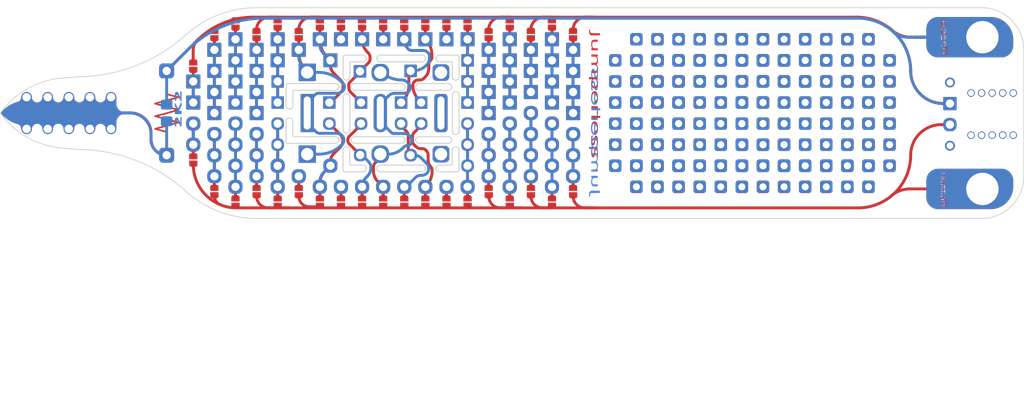
<source format=kicad_pcb>
(kicad_pcb (version 20240108) (generator "pcbnew") (generator_version "8.0")
  (layers (0 "F.Cu" signal) (31 "B.Cu" signal) (34 "B.Paste" user) (35 "F.Paste" user) (36 "B.SilkS" user "B.Silkscreen") (37 "F.SilkS" user "F.Silkscreen") (38 "B.Mask" user) (39 "F.Mask" user) (44 "Edge.Cuts" user))
  (net 0 "")
  (net 1 "Net-(J1-Pin_1)")
  (net 2 "Net-(J1-Pin_2)")
  (net 3 "Net-(J2-Pin_1)")
  (footprint "JumperlessFootprints:ProbeProto" (layer "F.Cu") (at 114.3 50.8 -90)
    (property "Reference" "REF**" (hide yes))
    (property "Value" "ProbeProto")
  )
  (footprint "JumperlessFootprints:ProbeProto" (layer "F.Cu") (at 107.95 44.45)
    (property "Reference" "REF**" (hide yes))
    (property "Value" "ProbeProto")
  )
  (footprint "JumperlessFootprints:ProbeProto" (layer "F.Cu") (at 106.68 50.8 90)
    (property "Reference" "REF**" (hide yes))
    (property "Value" "ProbeProto")
  )
  (footprint "JumperlessFootprints:ProbeProto" (layer "F.Cu") (at 119.38 50.8 -90)
    (property "Reference" "REF**" (hide yes))
    (property "Value" "ProbeProto")
  )
  (footprint "JumperlessFootprints:ProbeProto" (layer "F.Cu") (at 123.19 44.45)
    (property "Reference" "REF**" (hide yes))
    (property "Value" "ProbeProto")
  )
  (footprint "JumperlessFootprints:Pad_Clip_Banana_Button" (layer "F.Cu") (at 143.256 59.944 -90)
    (property "Reference" "J4" (hide yes))
    (property "Value" "Conn_01x01" (hide yes))
  )
  (footprint "JumperlessFootprints:ProbeProto" (layer "F.Cu") (at 124.46 50.8 -90)
    (property "Reference" "REF**" (hide yes))
    (property "Value" "ProbeProto")
  )
  (footprint "JumperlessFootprints:ProbeProto" (layer "F.Cu") (at 101.6 50.8 90)
    (property "Reference" "REF**" (hide yes))
    (property "Value" "ProbeProto")
  )
  (footprint "JumperlessFootprints:ProbeNeedle" (layer "F.Cu") (at 33.2813 50.797994)
    (property "Reference" "J2" (hide yes))
    (property "Value" "Conn_01x01")
  )
  (footprint "JumperlessFootprints:ProbeProto" (layer "F.Cu") (at 129.54 50.8 -90)
    (property "Reference" "REF**" (hide yes))
    (property "Value" "ProbeProto")
  )
  (footprint "JumperlessFootprints:Probe_Header" (layer "F.Cu") (at 139.34445 50.925 -90)
    (property "Reference" "J1" (hide yes))
    (property "Value" "Conn_01x02" (hide yes))
  )
  (footprint "JumperlessFootprints:ResProbe" (layer "F.Cu") (at 45.056 50.800494 90)
    (property "Reference" "R1" (hide yes))
    (property "Value" "2.2k")
  )
  (footprint "JumperlessFootprints:ProbeProto" (layer "F.Cu") (at 107.95 49.53)
    (property "Reference" "REF**" (hide yes))
    (property "Value" "ProbeProto")
  )
  (footprint "JumperlessFootprints:ProbeProto" (layer "F.Cu") (at 107.95 54.61)
    (property "Reference" "REF**" (hide yes))
    (property "Value" "ProbeProto")
  )
  (footprint "JumperlessFootprints:ProbeProto" (layer "F.Cu") (at 123.19 54.61)
    (property "Reference" "REF**" (hide yes))
    (property "Value" "ProbeProto")
  )
  (footprint "JumperlessFootprints:Pad_Clip_Banana_Probe" (layer "F.Cu") (at 143.256 41.656 -90)
    (property "Reference" "J3" (hide yes))
    (property "Value" "Conn_01x01")
  )
  (footprint "JumperlessFootprints:Switch_Universal" (layer "F.Cu") (at 66.04 50.800494)
    (property "Reference" "SW1" (hide yes))
    (property "Value" "SW_DIP_x01" (hide yes))
    (fp_line (start -6.6167 3.4036) (end -6.6167 0.9906) (stroke (width 0.12)) (layer "Edge.Cuts"))
    (fp_line (start -6.604 -3.302) (end -6.604 -0.889) (stroke (width 0.12)) (layer "Edge.Cuts"))
    (fp_line (start -5.803899 2.717799) (end -5.8039 0.9906) (stroke (width 0.12)) (layer "Edge.Cuts"))
    (fp_line (start -5.791199 -2.616199) (end -5.7912 -0.889) (stroke (width 0.12)) (layer "Edge.Cuts"))
    (fp_line (start -0.6731 2.8448) (end -5.676899 2.844799) (stroke (width 0.12)) (layer "Edge.Cuts"))
    (fp_line (start -0.6731 3.6576) (end -6.3627 3.6576) (stroke (width 0.12)) (layer "Edge.Cuts"))
    (fp_line (start -0.6604 -3.556) (end -6.35 -3.556) (stroke (width 0.12)) (layer "Edge.Cuts"))
    (fp_line (start -0.6604 -2.7432) (end -5.664199 -2.743199) (stroke (width 0.12)) (layer "Edge.Cuts"))
    (fp_line (start 0.2413 6.8326) (end 0.2413 4.4704) (stroke (width 0.12)) (layer "Edge.Cuts"))
    (fp_line (start 0.254 -6.731) (end 0.254 -4.3688) (stroke (width 0.12)) (layer "Edge.Cuts"))
    (fp_line (start 0.254 -1.905) (end 0.254 2.0066) (stroke (width 0.12)) (layer "Edge.Cuts"))
    (fp_line (start 1.054102 6.1468) (end 1.0541 4.4704) (stroke (width 0.12)) (layer "Edge.Cuts"))
    (fp_line (start 1.0668 -6.0452) (end 1.0668 -4.3688) (stroke (width 0.12)) (layer "Edge.Cuts"))
    (fp_line (start 1.0668 -1.905) (end 1.0668 2.0066) (stroke (width 0.12)) (layer "Edge.Cuts"))
    (fp_line (start 1.6383 2.8448) (end 7.3025 2.8448) (stroke (width 0.12)) (layer "Edge.Cuts"))
    (fp_line (start 1.6383 3.6576) (end 7.3025 3.6576) (stroke (width 0.12)) (layer "Edge.Cuts"))
    (fp_line (start 1.651 -3.556) (end 7.3152 -3.556) (stroke (width 0.12)) (layer "Edge.Cuts"))
    (fp_line (start 1.651 -2.7432) (end 7.3152 -2.7432) (stroke (width 0.12)) (layer "Edge.Cuts"))
    (fp_line (start 2.6289 6.2738) (end 1.181102 6.273798) (stroke (width 0.12)) (layer "Edge.Cuts"))
    (fp_line (start 2.6289 7.0866) (end 0.4953 7.0866) (stroke (width 0.12)) (layer "Edge.Cuts"))
    (fp_line (start 2.6416 -6.985) (end 0.508 -6.985) (stroke (width 0.12)) (layer "Edge.Cuts"))
    (fp_line (start 2.6416 -6.1722) (end 1.193802 -6.1722) (stroke (width 0.12)) (layer "Edge.Cuts"))
    (fp_line (start 4.7117 6.2752) (end 9.7663 6.2738) (stroke (width 0.12)) (layer "Edge.Cuts"))
    (fp_line (start 4.7117 7.088) (end 9.7663 7.0866) (stroke (width 0.12)) (layer "Edge.Cuts"))
    (fp_line (start 4.7244 -6.9864) (end 9.779 -6.985) (stroke (width 0.12)) (layer "Edge.Cuts"))
    (fp_line (start 4.7244 -6.1736) (end 9.779 -6.1722) (stroke (width 0.12)) (layer "Edge.Cuts"))
    (fp_line (start 9.3853 2.8448) (end 12.9159 2.8448) (stroke (width 0.12)) (layer "Edge.Cuts"))
    (fp_line (start 9.3853 3.6576) (end 12.9159 3.6576) (stroke (width 0.12)) (layer "Edge.Cuts"))
    (fp_line (start 9.398 -3.556) (end 12.9286 -3.556) (stroke (width 0.12)) (layer "Edge.Cuts"))
    (fp_line (start 9.398 -2.7432) (end 12.9286 -2.7432) (stroke (width 0.12)) (layer "Edge.Cuts"))
    (fp_line (start 11.8237 -6.1722) (end 13.284198 -6.1722) (stroke (width 0.12)) (layer "Edge.Cuts"))
    (fp_line (start 11.8237 6.2738) (end 13.271498 6.2738) (stroke (width 0.12)) (layer "Edge.Cuts"))
    (fp_line (start 11.8237 7.0866) (end 13.9573 7.0866) (stroke (width 0.12)) (layer "Edge.Cuts"))
    (fp_line (start 11.8364 -6.985) (end 13.97 -6.985) (stroke (width 0.12)) (layer "Edge.Cuts"))
    (fp_line (start 13.398498 6.1468) (end 13.3985 4.4704) (stroke (width 0.12)) (layer "Edge.Cuts"))
    (fp_line (start 13.411198 -6.0452) (end 13.4112 -4.3688) (stroke (width 0.12)) (layer "Edge.Cuts"))
    (fp_line (start 13.4112 2.1844) (end 13.4112 -2.1844) (stroke (width 0.12)) (layer "Edge.Cuts"))
    (fp_line (start 14.2113 6.8326) (end 14.2113 4.4704) (stroke (width 0.12)) (layer "Edge.Cuts"))
    (fp_line (start 14.224 -6.731) (end 14.224 -4.3688) (stroke (width 0.12)) (layer "Edge.Cuts"))
    (fp_line (start 14.224 2.1844) (end 14.224 -2.1844) (stroke (width 0.12)) (layer "Edge.Cuts"))
    (fp_arc (start -6.6167 0.9906) (mid -6.2103 0.5842) (end -5.8039 0.9906) (stroke (width 0.12)) (layer "Edge.Cuts"))
    (fp_arc (start -6.604 -3.302) (mid -6.529605 -3.481605) (end -6.35 -3.556) (stroke (width 0.12)) (layer "Edge.Cuts"))
    (fp_arc (start -6.3627 3.6576) (mid -6.542305 3.583205) (end -6.6167 3.4036) (stroke (width 0.12)) (layer "Edge.Cuts"))
    (fp_arc (start -5.7912 -0.889) (mid -6.1976 -0.4826) (end -6.604 -0.889) (stroke (width 0.12)) (layer "Edge.Cuts"))
    (fp_arc (start -5.791199 -2.616199) (mid -5.754002 -2.706002) (end -5.664199 -2.743199) (stroke (width 0.12)) (layer "Edge.Cuts"))
    (fp_arc (start -5.676899 2.844799) (mid -5.766702 2.807602) (end -5.803899 2.717799) (stroke (width 0.12)) (layer "Edge.Cuts"))
    (fp_arc (start -0.6731 2.8448) (mid -0.2667 3.2512) (end -0.6731 3.6576) (stroke (width 0.12)) (layer "Edge.Cuts"))
    (fp_arc (start -0.6604 -3.556) (mid -0.254 -3.1496) (end -0.6604 -2.7432) (stroke (width 0.12)) (layer "Edge.Cuts"))
    (fp_arc (start 0.2413 4.4704) (mid 0.6477 4.064) (end 1.0541 4.4704) (stroke (width 0.12)) (layer "Edge.Cuts"))
    (fp_arc (start 0.254 -6.731) (mid 0.328395 -6.910605) (end 0.508 -6.985) (stroke (width 0.12)) (layer "Edge.Cuts"))
    (fp_arc (start 0.254 -1.905) (mid 0.6604 -2.3114) (end 1.0668 -1.905) (stroke (width 0.12)) (layer "Edge.Cuts"))
    (fp_arc (start 0.4953 7.0866) (mid 0.315695 7.012205) (end 0.2413 6.8326) (stroke (width 0.12)) (layer "Edge.Cuts"))
    (fp_arc (start 1.0668 -6.0452) (mid 1.103998 -6.135003) (end 1.193802 -6.1722) (stroke (width 0.12)) (layer "Edge.Cuts"))
    (fp_arc (start 1.0668 -4.3688) (mid 0.6604 -3.9624) (end 0.254 -4.3688) (stroke (width 0.12)) (layer "Edge.Cuts"))
    (fp_arc (start 1.0668 2.0066) (mid 0.6604 2.413) (end 0.254 2.0066) (stroke (width 0.12)) (layer "Edge.Cuts"))
    (fp_arc (start 1.181102 6.273798) (mid 1.0913 6.236602) (end 1.054102 6.1468) (stroke (width 0.12)) (layer "Edge.Cuts"))
    (fp_arc (start 1.6383 3.6576) (mid 1.2319 3.2512) (end 1.6383 2.8448) (stroke (width 0.12)) (layer "Edge.Cuts"))
    (fp_arc (start 1.651 -2.7432) (mid 1.2446 -3.1496) (end 1.651 -3.556) (stroke (width 0.12)) (layer "Edge.Cuts"))
    (fp_arc (start 2.6289 6.2738) (mid 3.0353 6.6802) (end 2.6289 7.0866) (stroke (width 0.12)) (layer "Edge.Cuts"))
    (fp_arc (start 2.6416 -6.985) (mid 3.048 -6.5786) (end 2.6416 -6.1722) (stroke (width 0.12)) (layer "Edge.Cuts"))
    (fp_arc (start 4.7117 7.088) (mid 4.3053 6.6816) (end 4.7117 6.2752) (stroke (width 0.12)) (layer "Edge.Cuts"))
    (fp_arc (start 4.7244 -6.1736) (mid 4.318 -6.58) (end 4.7244 -6.9864) (stroke (width 0.12)) (layer "Edge.Cuts"))
    (fp_arc (start 7.3025 2.8448) (mid 7.7089 3.2512) (end 7.3025 3.6576) (stroke (width 0.12)) (layer "Edge.Cuts"))
    (fp_arc (start 7.3152 -3.556) (mid 7.7216 -3.1496) (end 7.3152 -2.7432) (stroke (width 0.12)) (layer "Edge.Cuts"))
    (fp_arc (start 9.3853 3.6576) (mid 8.9789 3.2512) (end 9.3853 2.8448) (stroke (width 0.12)) (layer "Edge.Cuts"))
    (fp_arc (start 9.398 -2.7432) (mid 8.9916 -3.1496) (end 9.398 -3.556) (stroke (width 0.12)) (layer "Edge.Cuts"))
    (fp_arc (start 9.7663 6.2738) (mid 10.1727 6.6802) (end 9.7663 7.0866) (stroke (width 0.12)) (layer "Edge.Cuts"))
    (fp_arc (start 9.779 -6.985) (mid 10.1854 -6.5786) (end 9.779 -6.1722) (stroke (width 0.12)) (layer "Edge.Cuts"))
    (fp_arc (start 11.8237 -6.1722) (mid 11.429851 -6.584951) (end 11.8364 -6.985198) (stroke (width 0.12)) (layer "Edge.Cuts"))
    (fp_arc (start 11.8237 7.0866) (mid 11.4173 6.6802) (end 11.8237 6.2738) (stroke (width 0.12)) (layer "Edge.Cuts"))
    (fp_arc (start 12.9159 2.8448) (mid 13.3223 3.2512) (end 12.9159 3.6576) (stroke (width 0.12)) (layer "Edge.Cuts"))
    (fp_arc (start 12.9286 -3.556) (mid 13.335 -3.1496) (end 12.9286 -2.7432) (stroke (width 0.12)) (layer "Edge.Cuts"))
    (fp_arc (start 13.284198 -6.1722) (mid 13.374002 -6.135003) (end 13.4112 -6.0452) (stroke (width 0.12)) (layer "Edge.Cuts"))
    (fp_arc (start 13.3985 4.4704) (mid 13.8049 4.064) (end 14.2113 4.4704) (stroke (width 0.12)) (layer "Edge.Cuts"))
    (fp_arc (start 13.3985 6.1468) (mid 13.361302 6.236603) (end 13.271498 6.2738) (stroke (width 0.12)) (layer "Edge.Cuts"))
    (fp_arc (start 13.4112 -2.1844) (mid 13.8176 -2.5908) (end 14.224 -2.1844) (stroke (width 0.12)) (layer "Edge.Cuts"))
    (fp_arc (start 13.97 -6.985) (mid 14.149605 -6.910605) (end 14.224 -6.731) (stroke (width 0.12)) (layer "Edge.Cuts"))
    (fp_arc (start 14.2113 6.8326) (mid 14.136905 7.012205) (end 13.9573 7.0866) (stroke (width 0.12)) (layer "Edge.Cuts"))
    (fp_arc (start 14.224 -4.3688) (mid 13.8176 -3.9624) (end 13.4112 -4.3688) (stroke (width 0.12)) (layer "Edge.Cuts"))
    (fp_arc (start 14.224 2.1844) (mid 13.8176 2.5908) (end 13.4112 2.1844) (stroke (width 0.12)) (layer "Edge.Cuts"))
  )
  (footprint "JumperlessFootprints:ProbeProto" (layer "F.Cu") (at 123.19 49.53)
    (property "Reference" "REF**" (hide yes))
    (property "Value" "ProbeProto")
  )
  (gr_arc (start 47.286859 41.449134) (mid 41.791345 44.913751) (end 35.462447 46.379798) (stroke (width 0.1)) (layer "Edge.Cuts"))
  (gr_line (start 143.15445 63.500494) (end 55.88 63.500494) (stroke (width 0.1)) (layer "Edge.Cuts"))
  (gr_arc (start 35.462447 55.22119) (mid 41.791345 56.687238) (end 47.286859 60.151854) (stroke (width 0.1)) (layer "Edge.Cuts"))
  (gr_arc (start 32.257782 54.99469) (mid 28.197066 53.678821) (end 25.04445 50.800988) (stroke (width 0.1)) (layer "Edge.Cuts"))
  (gr_arc (start 148.23445 58.42) (mid 146.746552 62.012102) (end 143.15445 63.5) (stroke (width 0.1)) (layer "Edge.Cuts"))
  (gr_arc (start 143.15445 38.100494) (mid 146.746203 39.588247) (end 148.233956 43.18) (stroke (width 0.1)) (layer "Edge.Cuts"))
  (gr_arc (start 47.286859 41.449134) (mid 51.268724 38.967229) (end 55.88 38.100494) (stroke (width 0.1)) (layer "Edge.Cuts"))
  (gr_arc (start 25.04445 50.800988) (mid 28.19707 47.923161) (end 32.257782 46.607286) (stroke (width 0.1)) (layer "Edge.Cuts"))
  (gr_arc (start 32.257782 46.607286) (mid 33.858552 46.471535) (end 35.462447 46.379798) (stroke (width 0.1)) (layer "Edge.Cuts"))
  (gr_arc (start 55.88 63.500494) (mid 51.268724 62.633758) (end 47.286859 60.151854) (stroke (width 0.1)) (layer "Edge.Cuts"))
  (gr_line (start 55.88 38.100494) (end 143.15445 38.100494) (stroke (width 0.1)) (layer "Edge.Cuts"))
  (gr_arc (start 35.462447 55.22119) (mid 33.858552 55.129454) (end 32.257782 54.993702) (stroke (width 0.1)) (layer "Edge.Cuts"))
  (gr_line (start 148.23445 43.18) (end 148.23445 58.42) (stroke (width 0.1)) (layer "Edge.Cuts"))
  (gr_text "Jumperless" (at 96.012 40.894 270) (layer "F.Cu") (effects (font (size 1 2)) (justify left bottom)))
  (gr_text "Jumperless" (at 96.012 60.706 -90) (layer "B.Cu") (effects (font (size 1 2)) (justify left bottom mirror)))
  (segment (start 63.5 39.245523) (end 62.474671 39.245523) (width 0.35) (layer "F.Cu") (net 1))
  (segment (start 74.9046 46.99) (end 74.942608 46.955525) (width 0.35) (layer "F.Cu") (net 1))
  (segment (start 134.652085 41.656) (end 136.144 41.656) (width 0.35) (layer "F.Cu") (net 1))
  (segment (start 75.692 49.530494) (end 75.492013 49.330507) (width 0.35) (layer "F.Cu") (net 1))
  (segment (start 55.499 39.243) (end 55.501523 39.245523) (width 0.35) (layer "F.Cu") (net 1))
  (segment (start 75.9968 46.6344) (end 76.193308 46.437892) (width 0.35) (layer "F.Cu") (net 1))
  (segment (start 45.056 45.720494) (end 48.729462 42.047032) (width 0.35) (layer "F.Cu") (net 1))
  (segment (start 58.42 39.245523) (end 57.394671 39.245523) (width 0.35) (layer "F.Cu") (net 1))
  (segment (start 65.175384 46.002478) (end 66.056913 46.884007) (width 0.35) (layer "F.Cu") (net 1))
  (segment (start 76.9874 44.092595) (end 76.9874 43.811445) (width 0.35) (layer "F.Cu") (net 1))
  (segment (start 69.2912 43.5102) (end 69.208269 43.427269) (width 0.35) (layer "F.Cu") (net 1))
  (segment (start 91.44 41.910494) (end 91.44 49.530494) (width 0.35) (layer "F.Cu") (net 1))
  (segment (start 75.288625 46.8122) (end 75.567553 46.8122) (width 0.35) (layer "F.Cu") (net 1))
  (segment (start 96.52 39.245523) (end 95.494671 39.245523) (width 0.35) (layer "F.Cu") (net 1))
  (segment (start 66.2904 47.716802) (end 66.2904 47.447694) (width 0.35) (layer "F.Cu") (net 1))
  (segment (start 81.28 41.910494) (end 81.28 40.640494) (width 0.35) (layer "F.Cu") (net 1))
  (segment (start 55.501523 39.245523) (end 58.42 39.245523) (width 0.35) (layer "F.Cu") (net 1))
  (segment (start 63.5 39.245523) (end 86.36 39.245523) (width 0.35) (layer "F.Cu") (net 1))
  (segment (start 88.9 43.180494) (end 88.9 48.260494) (width 0.35) (layer "F.Cu") (net 1))
  (segment (start 74.2188 47.4726) (end 74.2188 46.211062) (width 0.35) (layer "F.Cu") (net 1))
  (segment (start 64.398026 44.078519) (end 64.77 44.450494) (width 0.35) (layer "F.Cu") (net 1))
  (segment (start 74.863045 47.031556) (end 74.9046 46.99) (width 0.35) (layer "F.Cu") (net 1))
  (segment (start 135.89 41.656) (end 137.381915 41.656) (width 0.35) (layer "F.Cu") (net 1))
  (segment (start 91.44 41.910494) (end 91.44 40.640494) (width 0.35) (layer "F.Cu") (net 1))
  (segment (start 50.8 43.180494) (end 50.8 50.800494) (width 0.35) (layer "F.Cu") (net 1))
  (segment (start 96.52 39.245523) (end 128.145523 39.245523) (width 0.35) (layer "F.Cu") (net 1))
  (segment (start 53.34 41.910494) (end 53.34 49.530494) (width 0.35) (layer "F.Cu") (net 1))
  (segment (start 53.34 41.910494) (end 53.34 40.640494) (width 0.35) (layer "F.Cu") (net 1))
  (segment (start 66.04 40.640494) (end 66.04 41.910494) (width 0.35) (layer "F.Cu") (net 1))
  (segment (start 138.555 49.655) (end 139.34445 49.655) (width 0.35) (layer "F.Cu") (net 1))
  (segment (start 86.36 39.245523) (end 91.44 39.245523) (width 0.35) (layer "F.Cu") (net 1))
  (segment (start 55.88 43.180494) (end 55.88 50.800494) (width 0.35) (layer "F.Cu") (net 1))
  (segment (start 48.26 46.990494) (end 48.26 49.530494) (width 0.35) (layer "F.Cu") (net 1))
  (segment (start 67.103572 47.088372) (end 68.326 45.865944) (width 0.35) (layer "F.Cu") (net 1))
  (segment (start 58.42 41.910494) (end 58.42 49.530494) (width 0.35) (layer "F.Cu") (net 1))
  (segment (start 68.326 45.771294) (end 69.365245 44.732049) (width 0.35) (layer "F.Cu") (net 1))
  (segment (start 68.326 45.865944) (end 68.326 45.771294) (width 0.35) (layer "F.Cu") (net 1))
  (segment (start 64.90232 49.42308) (end 66.0654 48.26) (width 0.35) (layer "F.Cu") (net 1))
  (segment (start 76.631092 42.341587) (end 76.2 41.910494) (width 0.35) (layer "F.Cu") (net 1))
  (segment (start 55.88 43.180494) (end 55.88 41.910494) (width 0.35) (layer "F.Cu") (net 1))
  (segment (start 73.66 40.640494) (end 73.66 41.910494) (width 0.35) (layer "F.Cu") (net 1))
  (segment (start 93.98 43.180494) (end 93.98 50.800494) (width 0.35) (layer "F.Cu") (net 1))
  (segment (start 48.2527 43.198037) (end 48.2527 44.577494) (width 0.35) (layer "F.Cu") (net 1))
  (segment (start 71.12 40.640494) (end 71.12 41.910494) (width 0.35) (layer "F.Cu") (net 1))
  (segment (start 83.82 43.180494) (end 83.82 41.910494) (width 0.35) (layer "F.Cu") (net 1))
  (segment (start 58.42 39.245523) (end 63.5 39.245523) (width 0.35) (layer "F.Cu") (net 1))
  (segment (start 78.74 40.640494) (end 78.74 41.910494) (width 0.35) (layer "F.Cu") (net 1))
  (segment (start 76.6064 45.4406) (end 76.6064 45.01241) (width 0.35) (layer "F.Cu") (net 1))
  (segment (start 66.9798 47.644238) (end 66.9798 47.387184) (width 0.35) (layer "F.Cu") (net 1))
  (segment (start 64.77 45.023794) (end 64.77 44.450494) (width 0.35) (layer "F.Cu") (net 1))
  (segment (start 86.36 39.245523) (end 85.334671 39.245523) (width 0.35) (layer "F.Cu") (net 1))
  (segment (start 60.96 43.180494) (end 60.96 41.910494) (width 0.35) (layer "F.Cu") (net 1))
  (segment (start 69.5452 44.2976) (end 69.5452 44.12341) (width 0.35) (layer "F.Cu") (net 1))
  (segment (start 50.8 41.910494) (end 50.8 43.180494) (width 0.35) (layer "F.Cu") (net 1))
  (segment (start 63.5 41.910494) (end 63.5 40.640494) (width 0.35) (layer "F.Cu") (net 1))
  (segment (start 86.36 41.910494) (end 86.36 49.530494) (width 0.35) (layer "F.Cu") (net 1))
  (segment (start 83.82 43.180494) (end 83.82 50.800494) (width 0.35) (layer "F.Cu") (net 1))
  (segment (start 60.96 43.180494) (end 60.96 43.445454) (width 0.35) (layer "F.Cu") (net 1))
  (segment (start 68.452651 49.52965) (end 67.271526 48.348526) (width 0.35) (layer "F.Cu") (net 1))
  (segment (start 48.26 45.720494) (end 48.26 46.990494) (width 0.35) (layer "F.Cu") (net 1))
  (segment (start 68.453 49.530494) (end 68.452651 49.52965) (width 0.35) (layer "F.Cu") (net 1))
  (segment (start 91.44 39.245523) (end 96.52 39.245523) (width 0.35) (layer "F.Cu") (net 1))
  (segment (start 68.58 41.910494) (end 68.58 40.640494) (width 0.35) (layer "F.Cu") (net 1))
  (segment (start 58.42 41.910494) (end 58.42 40.640494) (width 0.35) (layer "F.Cu") (net 1))
  (segment (start 73.279 49.530494) (end 73.428188 49.381306) (width 0.35) (layer "F.Cu") (net 1))
  (segment (start 86.36 41.910494) (end 86.36 40.640494) (width 0.35) (layer "F.Cu") (net 1))
  (segment (start 76.2 40.640494) (end 76.2 41.910494) (width 0.35) (layer "F.Cu") (net 1))
  (segment (start 91.44 39.245523) (end 90.414671 39.245523) (width 0.35) (layer "F.Cu") (net 1))
  (segment (start 88.9 43.180494) (end 88.9 41.910494) (width 0.35) (layer "F.Cu") (net 1))
  (segment (start 93.98 43.180494) (end 93.98 41.910494) (width 0.35) (layer "F.Cu") (net 1))
  (segment (start 75.692 49.530494) (end 75.692 49.178494) (width 0.35) (layer "F.Cu") (net 1))
  (segment (start 81.28 41.910494) (end 81.28 49.530494) (width 0.35) (layer "F.Cu") (net 1))
  (arc (start 90.414671 39.245523) (mid 89.338475 39.691298) (end 88.8927 40.767494) (width 0.35) (layer "F.Cu") (net 1))
  (arc (start 75.567553 46.8122) (mid 75.79986 46.765991) (end 75.9968 46.6344) (width 0.35) (layer "F.Cu") (net 1))
  (arc (start 66.9798 47.387184) (mid 67.011967 47.225468) (end 67.103572 47.088372) (width 0.35) (layer "F.Cu") (net 1))
  (arc (start 76.8604 44.3992) (mid 76.954394 44.258528) (end 76.9874 44.092595) (width 0.35) (layer "F.Cu") (net 1))
  (arc (start 57.394671 39.245523) (mid 56.318475 39.691298) (end 55.8727 40.767494) (width 0.35) (layer "F.Cu") (net 1))
  (arc (start 74.942608 46.955525) (mid 75.101362 46.849449) (end 75.288625 46.8122) (width 0.35) (layer "F.Cu") (net 1))
  (arc (start 64.77 45.023794) (mid 64.875355 45.553454) (end 65.175384 46.002478) (width 0.35) (layer "F.Cu") (net 1))
  (arc (start 63.5 41.910494) (mid 63.733389 43.083821) (end 64.398026 44.078519) (width 0.35) (layer "F.Cu") (net 1))
  (arc (start 64.643 49.530494) (mid 64.783343 49.502578) (end 64.90232 49.42308) (width 0.35) (layer "F.Cu") (net 1))
  (arc (start 85.334671 39.245523) (mid 84.258475 39.691298) (end 83.8127 40.767494) (width 0.35) (layer "F.Cu") (net 1))
  (arc (start 69.208269 43.427269) (mid 68.743282 42.731367) (end 68.58 41.910494) (width 0.35) (layer "F.Cu") (net 1))
  (arc (start 76.9874 43.811445) (mid 76.782761 42.782658) (end 76.2 41.910494) (width 0.35) (layer "F.Cu") (net 1))
  (arc (start 69.365245 44.732049) (mid 69.498431 44.532722) (end 69.5452 44.2976) (width 0.35) (layer "F.Cu") (net 1))
  (arc (start 69.5452 44.12341) (mid 69.479188 43.791543) (end 69.2912 43.5102) (width 0.35) (layer "F.Cu") (net 1))
  (arc (start 62.474671 39.245523) (mid 61.398475 39.691298) (end 60.9527 40.767494) (width 0.35) (layer "F.Cu") (net 1))
  (arc (start 66.0654 48.26) (mid 66.231925 48.010779) (end 66.2904 47.716802) (width 0.35) (layer "F.Cu") (net 1))
  (arc (start 74.2188 46.211062) (mid 74.27161 45.945569) (end 74.422 45.720494) (width 0.35) (layer "F.Cu") (net 1))
  (arc (start 74.7014 47.4218) (mid 74.74341 47.210601) (end 74.863045 47.031556) (width 0.35) (layer "F.Cu") (net 1))
  (arc (start 76.193308 46.437892) (mid 76.499041 45.98033) (end 76.6064 45.4406) (width 0.35) (layer "F.Cu") (net 1))
  (arc (start 75.492013 49.330507) (mid 74.906874 48.454785) (end 74.7014 47.4218) (width 0.35) (layer "F.Cu") (net 1))
  (arc (start 48.729462 42.047032) (mid 51.83535 39.971744) (end 55.499 39.243) (width 0.35) (layer "F.Cu") (net 1))
  (arc (start 66.056913 46.884007) (mid 66.229718 47.142628) (end 66.2904 47.447694) (width 0.35) (layer "F.Cu") (net 1))
  (arc (start 60.96 43.445454) (mid 61.22405 44.772921) (end 61.976 45.898294) (width 0.35) (layer "F.Cu") (net 1))
  (arc (start 132.114928 40.605072) (mid 133.278989 41.382875) (end 134.652085 41.656) (width 0.35) (layer "F.Cu") (net 1))
  (arc (start 48.729462 42.047032) (mid 48.376606 42.575117) (end 48.2527 43.198037) (width 0.35) (layer "F.Cu") (net 1))
  (arc (start 128.145523 39.245523) (mid 132.72367 41.141853) (end 134.62 45.72) (width 0.35) (layer "F.Cu") (net 1))
  (arc (start 73.428188 49.381306) (mid 74.013327 48.505584) (end 74.2188 47.4726) (width 0.35) (layer "F.Cu") (net 1))
  (arc (start 67.271526 48.348526) (mid 67.055617 48.025396) (end 66.9798 47.644238) (width 0.35) (layer "F.Cu") (net 1))
  (arc (start 95.494671 39.245523) (mid 94.418475 39.691298) (end 93.9727 40.767494) (width 0.35) (layer "F.Cu") (net 1))
  (arc (start 76.6064 45.01241) (mid 76.672412 44.680543) (end 76.8604 44.3992) (width 0.35) (layer "F.Cu") (net 1))
  (arc (start 134.62 45.72) (mid 135.772535 48.502465) (end 138.555 49.655) (width 0.35) (layer "F.Cu") (net 1))
  (segment (start 66.269876 48.106323) (end 66.2686 48.1076) (width 0.35) (layer "B.Cu") (net 1))
  (segment (start 76.708 44.069) (end 76.705644 44.020678) (width 0.35) (layer "B.Cu") (net 1))
  (segment (start 47.655296 43.121197) (end 45.056 45.720494) (width 0.35) (layer "B.Cu") (net 1))
  (segment (start 81.28 41.910494) (end 81.28 49.530494) (width 0.35) (layer "B.Cu") (net 1))
  (segment (start 61.976 45.898294) (end 63.357947 45.898294) (width 0.35) (layer "B.Cu") (net 1))
  (segment (start 73.66 42.031584) (end 73.66 41.910494) (width 0.35) (layer "B.Cu") (net 1))
  (segment (start 66.2686 48.1076) (end 66.243393 48.130778) (width 0.35) (layer "B.Cu") (net 1))
  (segment (start 75.948553 43.2562) (end 74.535926 43.2562) (width 0.35) (layer "B.Cu") (net 1))
  (segment (start 58.166 39.37) (end 56.711481 39.37) (width 0.35) (layer "B.Cu") (net 1))
  (segment (start 60.96 43.986073) (end 60.96 43.180494) (width 0.35) (layer "B.Cu") (net 1))
  (segment (start 58.42 41.910494) (end 58.42 49.530494) (width 0.35) (layer "B.Cu") (net 1))
  (segment (start 58.166 39.37) (end 57.404 39.37) (width 0.35) (layer "B.Cu") (net 1))
  (segment (start 63.0428 53.0606) (end 62.819795 52.837595) (width 0.35) (layer "B.Cu") (net 1))
  (segment (start 86.36 41.910494) (end 86.36 49.530494) (width 0.35) (layer "B.Cu") (net 1))
  (segment (start 66.1162 54.6354) (end 66.225239 54.526361) (width 0.35) (layer "B.Cu") (net 1))
  (segment (start 66.3702 54.176395) (end 66.3702 53.919842) (width 0.35) (layer "B.Cu") (net 1))
  (segment (start 55.88 43.180494) (end 55.88 50.800494) (width 0.35) (layer "B.Cu") (net 1))
  (segment (start 76.705644 44.020678) (end 76.705644 43.923238) (width 0.35) (layer "B.Cu") (net 1))
  (segment (start 62.9158 48.5902) (end 62.874376 48.631624) (width 0.35) (layer "B.Cu") (net 1))
  (segment (start 45.056 49.784494) (end 45.056 45.720494) (width 0.35) (layer "B.Cu") (net 1))
  (segment (start 74.422 45.720494) (end 74.67014 45.720494) (width 0.35) (layer "B.Cu") (net 1))
  (segment (start 48.26 46.990494) (end 48.26 49.530494) (width 0.35) (layer "B.Cu") (net 1))
  (segment (start 61.976 55.753494) (end 63.416883 55.753494) (width 0.35) (layer "B.Cu") (net 1))
  (segment (start 76.5556 43.561) (end 76.464521 43.469921) (width 0.35) (layer "B.Cu") (net 1))
  (segment (start 63.815321 53.2384) (end 63.472047 53.2384) (width 0.35) (layer "B.Cu") (net 1))
  (segment (start 88.9 43.180494) (end 88.9 48.260494) (width 0.35) (layer "B.Cu") (net 1))
  (segment (start 50.8 48.260494) (end 50.8 50.800494) (width 0.35) (layer "B.Cu") (net 1))
  (segment (start 66.1416 53.4924) (end 66.050521 53.401321) (width 0.35) (layer "B.Cu") (net 1))
  (segment (start 128.27 39.37) (end 127.762 39.37) (width 0.35) (layer "B.Cu") (net 1))
  (segment (start 53.34 41.910494) (end 53.34 49.530494) (width 0.35) (layer "B.Cu") (net 1))
  (segment (start 66.4464 47.5996) (end 66.4464 47.680158) (width 0.35) (layer "B.Cu") (net 1))
  (segment (start 66.229597 53.580398) (end 66.1416 53.4924) (width 0.35) (layer "B.Cu") (net 1))
  (segment (start 93.98 43.180494) (end 93.98 50.800494) (width 0.35) (layer "B.Cu") (net 1))
  (segment (start 50.8 48.260494) (end 50.8 43.180494) (width 0.35) (layer "B.Cu") (net 1))
  (segment (start 135.047751 41.656) (end 137.1092 41.656) (width 0.35) (layer "B.Cu") (net 1))
  (segment (start 74.168 43.1038) (end 74.058961 42.994761) (width 0.35) (layer "B.Cu") (net 1))
  (segment (start 91.44 41.910494) (end 91.44 49.530494) (width 0.35) (layer "B.Cu") (net 1))
  (segment (start 76.708 44.114385) (end 76.708 44.069) (width 0.35) (layer "B.Cu") (net 1))
  (segment (start 65.657195 53.2384) (end 63.815321 53.2384) (width 0.35) (layer "B.Cu") (net 1))
  (segment (start 127.762 39.37) (end 58.166 39.37) (width 0.35) (layer "B.Cu") (net 1))
  (segment (start 139.34445 49.655) (end 138.555 49.655) (width 0.35) (layer "B.Cu") (net 1))
  (segment (start 134.234951 41.656) (end 136.2964 41.656) (width 0.35) (layer "B.Cu") (net 1))
  (segment (start 65.563498 48.4124) (end 63.345047 48.4124) (width 0.35) (layer "B.Cu") (net 1))
  (segment (start 83.82 43.180494) (end 83.82 50.800494) (width 0.35) (layer "B.Cu") (net 1))
  (segment (start 63.5 42.545494) (end 63.5 41.910494) (width 0.35) (layer "B.Cu") (net 1))
  (segment (start 63.949012 43.629506) (end 64.77 44.450494) (width 0.35) (layer "B.Cu") (net 1))
  (segment (start 66.1162 47.0408) (end 66.284755 47.209355) (width 0.35) (layer "B.Cu") (net 1))
  (arc (start 66.225239 54.526361) (mid 66.332526 54.365795) (end 66.3702 54.176395) (width 0.35) (layer "B.Cu") (net 1))
  (arc (start 61.468 45.212494) (mid 62.030686 45.588469) (end 62.69442 45.720494) (width 0.35) (layer "B.Cu") (net 1))
  (arc (start 66.3702 53.919842) (mid 66.333659 53.736136) (end 66.229597 53.580398) (width 0.35) (layer "B.Cu") (net 1))
  (arc (start 76.327 45.0342) (mid 76.608982 44.612185) (end 76.708 44.114385) (width 0.35) (layer "B.Cu") (net 1))
  (arc (start 62.819795 52.837595) (mid 62.195295 51.902965) (end 61.976 50.800494) (width 0.35) (layer "B.Cu") (net 1))
  (arc (start 74.058961 42.994761) (mid 73.763686 42.552852) (end 73.66 42.031584) (width 0.35) (layer "B.Cu") (net 1))
  (arc (start 76.464521 43.469921) (mid 76.227793 43.311744) (end 75.948553 43.2562) (width 0.35) (layer "B.Cu") (net 1))
  (arc (start 76.705644 43.923238) (mid 76.666649 43.727196) (end 76.5556 43.561) (width 0.35) (layer "B.Cu") (net 1))
  (arc (start 60.96 43.986073) (mid 61.092024 44.649807) (end 61.468 45.212494) (width 0.35) (layer "B.Cu") (net 1))
  (arc (start 66.284755 47.209355) (mid 66.40439 47.388401) (end 66.4464 47.5996) (width 0.35) (layer "B.Cu") (net 1))
  (arc (start 63.345047 48.4124) (mid 63.112741 48.458609) (end 62.9158 48.5902) (width 0.35) (layer "B.Cu") (net 1))
  (arc (start 74.535926 43.2562) (mid 74.336806 43.216593) (end 74.168 43.1038) (width 0.35) (layer "B.Cu") (net 1))
  (arc (start 63.5 42.545494) (mid 63.616694 43.132157) (end 63.949012 43.629506) (width 0.35) (layer "B.Cu") (net 1))
  (arc (start 66.4464 47.680158) (mid 66.400523 47.910797) (end 66.269876 48.106323) (width 0.35) (layer "B.Cu") (net 1))
  (arc (start 63.357947 45.898294) (mid 64.850702 46.195222) (end 66.1162 47.0408) (width 0.35) (layer "B.Cu") (net 1))
  (arc (start 66.050521 53.401321) (mid 65.870062 53.280741) (end 65.657195 53.2384) (width 0.35) (layer "B.Cu") (net 1))
  (arc (start 74.67014 45.720494) (mid 75.566826 45.542132) (end 76.327 45.0342) (width 0.35) (layer "B.Cu") (net 1))
  (arc (start 56.711481 39.37) (mid 51.810308 40.344904) (end 47.655296 43.121197) (width 0.35) (layer "B.Cu") (net 1))
  (arc (start 138.555 49.655) (mid 135.772535 48.502465) (end 134.62 45.72) (width 0.35) (layer "B.Cu") (net 1))
  (arc (start 62.874376 48.631624) (mid 62.209481 49.62671) (end 61.976 50.800494) (width 0.35) (layer "B.Cu") (net 1))
  (arc (start 63.416883 55.753494) (mid 64.877743 55.462911) (end 66.1162 54.6354) (width 0.35) (layer "B.Cu") (net 1))
  (arc (start 66.243393 48.130778) (mid 65.931454 48.339209) (end 65.563498 48.4124) (width 0.35) (layer "B.Cu") (net 1))
  (arc (start 132.3594 40.8686) (mid 133.231564 41.451361) (end 134.260351 41.656) (width 0.35) (layer "B.Cu") (net 1))
  (arc (start 63.472047 53.2384) (mid 63.23974 53.192191) (end 63.0428 53.0606) (width 0.35) (layer "B.Cu") (net 1))
  (arc (start 134.62 45.72) (mid 132.760128 41.229872) (end 128.27 39.37) (width 0.35) (layer "B.Cu") (net 1))
  (segment (start 58.42 60.960494) (end 58.42 52.070494) (width 0.35) (layer "F.Cu") (net 2))
  (segment (start 71.12 60.325494) (end 71.12 60.960494) (width 0.35) (layer "F.Cu") (net 2))
  (segment (start 67.31 53.34) (end 67.050366 53.599634) (width 0.35) (layer "F.Cu") (net 2))
  (segment (start 74.217 55.675494) (end 74.422 55.880494) (width 0.35) (layer "F.Cu") (net 2))
  (segment (start 69.948 57.292901) (end 69.948 57.770994) (width 0.35) (layer "F.Cu") (net 2))
  (segment (start 76.8604 57.277) (end 76.8604 57.299077) (width 0.35) (layer "F.Cu") (net 2))
  (segment (start 50.8 59.690494) (end 50.8 58.420494) (width 0.35) (layer "F.Cu") (net 2))
  (segment (start 91.44 62.23) (end 90.303806 62.23) (width 0.35) (layer "F.Cu") (net 2))
  (segment (start 74.9808 54.7624) (end 75.045732 54.827332) (width 0.35) (layer "F.Cu") (net 2))
  (segment (start 81.28 60.960494) (end 81.28 59.690494) (width 0.35) (layer "F.Cu") (net 2))
  (segment (start 48.26 55.880494) (end 48.26 54.610494) (width 0.35) (layer "F.Cu") (net 2))
  (segment (start 96.52 62.23) (end 91.44 62.23) (width 0.35) (layer "F.Cu") (net 2))
  (segment (start 50.8 58.420494) (end 50.8 53.340494) (width 0.35) (layer "F.Cu") (net 2))
  (segment (start 51.283247 61.746753) (end 51.116527 61.580033) (width 0.35) (layer "F.Cu") (net 2))
  (segment (start 81.28 52.070494) (end 81.28 59.690494) (width 0.35) (layer "F.Cu") (net 2))
  (segment (start 76.2254 55.245) (end 76.316479 55.336079) (width 0.35) (layer "F.Cu") (net 2))
  (segment (start 87.63 62.23) (end 85.223806 62.23) (width 0.35) (layer "F.Cu") (net 2))
  (segment (start 76.258109 59.632385) (end 76.2 59.690494) (width 0.35) (layer "F.Cu") (net 2))
  (segment (start 54.61 62.23) (end 53.473806 62.23) (width 0.35) (layer "F.Cu") (net 2))
  (segment (start 134.532833 59.944) (end 138.00916 59.944) (width 0.35) (layer "F.Cu") (net 2))
  (segment (start 86.36 60.960494) (end 86.36 52.070494) (width 0.35) (layer "F.Cu") (net 2))
  (segment (start 91.44 60.960494) (end 91.44 52.070494) (width 0.35) (layer "F.Cu") (net 2))
  (segment (start 74.848166 54.629765) (end 74.9808 54.7624) (width 0.35) (layer "F.Cu") (net 2))
  (segment (start 73.8886 52.959) (end 73.936318 53.006718) (width 0.35) (layer "F.Cu") (net 2))
  (segment (start 64.400536 57.519957) (end 64.135 57.785494) (width 0.35) (layer "F.Cu") (net 2))
  (segment (start 76.5302 55.852047) (end 76.5302 56.479827) (width 0.35) (layer "F.Cu") (net 2))
  (segment (start 65.940437 53.367931) (end 64.643 52.070494) (width 0.35) (layer "F.Cu") (net 2))
  (segment (start 60.96 59.690494) (end 60.96 58.420494) (width 0.35) (layer "F.Cu") (net 2))
  (segment (start 68.58 59.690494) (end 68.58 60.960494) (width 0.35) (layer "F.Cu") (net 2))
  (segment (start 77.0128 57.667003) (end 77.0128 57.8104) (width 0.35) (layer "F.Cu") (net 2))
  (segment (start 66.04 60.960494) (end 66.04 59.690494) (width 0.35) (layer "F.Cu") (net 2))
  (segment (start 78.74 60.960494) (end 78.74 59.690494) (width 0.35) (layer "F.Cu") (net 2))
  (segment (start 70.138499 56.832993) (end 70.172729 56.798764) (width 0.35) (layer "F.Cu") (net 2))
  (segment (start 87.63 62.23) (end 59.69 62.23) (width 0.35) (layer "F.Cu") (net 2))
  (segment (start 74.1426 53.504726) (end 74.1426 55.205963) (width 0.35) (layer "F.Cu") (net 2))
  (segment (start 83.82 59.690494) (end 83.82 53.340494) (width 0.35) (layer "F.Cu") (net 2))
  (segment (start 67.032405 54.510205) (end 68.33309 55.81089) (width 0.35) (layer "F.Cu") (net 2))
  (segment (start 73.66 60.960494) (end 73.66 59.690494) (width 0.35) (layer "F.Cu") (net 2))
  (segment (start 55.88 59.690494) (end 55.88 53.340494) (width 0.35) (layer "F.Cu") (net 2))
  (segment (start 68.363547 52.286454) (end 67.31 53.34) (width 0.35) (layer "F.Cu") (net 2))
  (segment (start 70.629982 55.899511) (end 70.48527 56.044223) (width 0.35) (layer "F.Cu") (net 2))
  (segment (start 96.52 62.23) (end 95.383806 62.23) (width 0.35) (layer "F.Cu") (net 2))
  (segment (start 75.686145 55.0926) (end 75.857474 55.0926) (width 0.35) (layer "F.Cu") (net 2))
  (segment (start 59.69 62.23) (end 57.283806 62.23) (width 0.35) (layer "F.Cu") (net 2))
  (segment (start 139.34445 52.195) (end 138.305 52.195) (width 0.35) (layer "F.Cu") (net 2))
  (segment (start 48.26 54.610494) (end 48.26 52.070494) (width 0.35) (layer "F.Cu") (net 2))
  (segment (start 75.530705 52.459896) (end 74.8284 53.1622) (width 0.35) (layer "F.Cu") (net 2))
  (segment (start 73.476216 52.546617) (end 73.8886 52.959) (width 0.35) (layer "F.Cu") (net 2))
  (segment (start 74.6506 53.591447) (end 74.6506 54.1528) (width 0.35) (layer "F.Cu") (net 2))
  (segment (start 91.44 62.23) (end 87.63 62.23) (width 0.35) (layer "F.Cu") (net 2))
  (segment (start 128.27 62.23) (end 96.52 62.23) (width 0.35) (layer "F.Cu") (net 2))
  (segment (start 70.670987 59.241481) (end 70.476562 59.047056) (width 0.35) (layer "F.Cu") (net 2))
  (segment (start 59.69 62.23) (end 54.61 62.23) (width 0.35) (layer "F.Cu") (net 2))
  (segment (start 76.2 59.690494) (end 76.2 60.960494) (width 0.35) (layer "F.Cu") (net 2))
  (segment (start 70.776 55.959994) (end 70.776 56.166494) (width 0.35) (layer "F.Cu") (net 2))
  (segment (start 65.940437 54.935055) (end 65.139463 55.73603) (width 0.35) (layer "F.Cu") (net 2))
  (segment (start 53.34 60.960494) (end 53.34 52.070494) (width 0.35) (layer "F.Cu") (net 2))
  (segment (start 88.9 59.690494) (end 88.9 50.800494) (width 0.35) (layer "F.Cu") (net 2))
  (segment (start 139.34445 52.195) (end 139.34445 52.34945) (width 0.35) (layer "F.Cu") (net 2))
  (segment (start 63.5 59.318519) (end 63.5 60.960494) (width 0.35) (layer "F.Cu") (net 2))
  (segment (start 93.98 59.690494) (end 93.98 53.340494) (width 0.35) (layer "F.Cu") (net 2))
  (segment (start 63.5073 62.103494) (end 62.2373 62.103494) (width 0.35) (layer "F.Cu") (net 2))
  (arc (start 134.62 55.88) (mid 132.760128 60.370128) (end 128.27 62.23) (width 0.35) (layer "F.Cu") (net 2))
  (arc (start 66.8528 54.0766) (mid 66.899478 54.311265) (end 67.032405 54.510205) (width 0.35) (layer "F.Cu") (net 2))
  (arc (start 70.670987 59.241481) (mid 71.003305 59.73883) (end 71.12 60.325494) (width 0.35) (layer "F.Cu") (net 2))
  (arc (start 62.2373 62.103494) (mid 61.339274 61.73152) (end 60.9673 60.833494) (width 0.35) (layer "F.Cu") (net 2))
  (arc (start 77.0128 57.8104) (mid 76.816662 58.796451) (end 76.258109 59.632385) (width 0.35) (layer "F.Cu") (net 2))
  (arc (start 76.316479 55.336079) (mid 76.474656 55.572807) (end 76.5302 55.852047) (width 0.35) (layer "F.Cu") (net 2))
  (arc (start 90.303806 62.23) (mid 89.316327 61.820973) (end 88.9073 60.833494) (width 0.35) (layer "F.Cu") (net 2))
  (arc (start 53.473806 62.23) (mid 49.79225 60.70505) (end 48.2673 57.023494) (width 0.35) (layer "F.Cu") (net 2))
  (arc (start 64.135 57.785494) (mid 63.665031 58.488851) (end 63.5 59.318519) (width 0.35) (layer "F.Cu") (net 2))
  (arc (start 75.857474 55.0926) (mid 76.056594 55.132208) (end 76.2254 55.245) (width 0.35) (layer "F.Cu") (net 2))
  (arc (start 70.776 55.959994) (mid 70.723197 55.880969) (end 70.629982 55.899511) (width 0.35) (layer "F.Cu") (net 2))
  (arc (start 95.383806 62.23) (mid 94.396327 61.820973) (end 93.9873 60.833494) (width 0.35) (layer "F.Cu") (net 2))
  (arc (start 68.33309 55.81089) (mid 68.346641 55.831171) (end 68.3514 55.855094) (width 0.35) (layer "F.Cu") (net 2))
  (arc (start 69.948 57.770994) (mid 70.085368 58.461593) (end 70.476562 59.047056) (width 0.35) (layer "F.Cu") (net 2))
  (arc (start 65.139463 55.73603) (mid 64.86602 56.145266) (end 64.77 56.627994) (width 0.35) (layer "F.Cu") (net 2))
  (arc (start 76.5302 56.479827) (mid 76.616016 56.911254) (end 76.8604 57.277) (width 0.35) (layer "F.Cu") (net 2))
  (arc (start 64.77 56.627994) (mid 64.673979 57.11072) (end 64.400536 57.519957) (width 0.35) (layer "F.Cu") (net 2))
  (arc (start 74.8284 53.1622) (mid 74.696809 53.35914) (end 74.6506 53.591447) (width 0.35) (layer "F.Cu") (net 2))
  (arc (start 75.692 52.070494) (mid 75.650081 52.281237) (end 75.530705 52.459896) (width 0.35) (layer "F.Cu") (net 2))
  (arc (start 68.453 52.070494) (mid 68.429752 52.18737) (end 68.363547 52.286454) (width 0.35) (layer "F.Cu") (net 2))
  (arc (start 73.279 52.070494) (mid 73.338858 52.371422) (end 73.50932 52.626536) (width 0.35) (layer "F.Cu") (net 2))
  (arc (start 67.050366 53.599634) (mid 66.904146 53.818467) (end 66.8528 54.0766) (width 0.35) (layer "F.Cu") (net 2))
  (arc (start 70.329 56.421494) (mid 70.288386 56.625671) (end 70.172729 56.798764) (width 0.35) (layer "F.Cu") (net 2))
  (arc (start 73.936318 53.006718) (mid 74.088989 53.235206) (end 74.1426 53.504726) (width 0.35) (layer "F.Cu") (net 2))
  (arc (start 65.940437 53.367931) (mid 66.180648 53.727433) (end 66.265 54.151494) (width 0.35) (layer "F.Cu") (net 2))
  (arc (start 66.265 54.151494) (mid 66.180648 54.575554) (end 65.940437 54.935055) (width 0.35) (layer "F.Cu") (net 2))
  (arc (start 70.138499 56.832993) (mid 69.997509 57.044) (end 69.948 57.292901) (width 0.35) (layer "F.Cu") (net 2))
  (arc (start 57.283806 62.23) (mid 56.296327 61.820973) (end 55.8873 60.833494) (width 0.35) (layer "F.Cu") (net 2))
  (arc (start 138.305 52.195) (mid 135.699312 53.274312) (end 134.62 55.88) (width 0.35) (layer "F.Cu") (net 2))
  (arc (start 76.8604 57.299077) (mid 76.973192 57.467883) (end 77.0128 57.667003) (width 0.35) (layer "F.Cu") (net 2))
  (arc (start 74.1426 55.205963) (mid 74.215214 55.571016) (end 74.422 55.880494) (width 0.35) (layer "F.Cu") (net 2))
  (arc (start 85.223806 62.23) (mid 84.236327 61.820973) (end 83.8273 60.833494) (width 0.35) (layer "F.Cu") (net 2))
  (arc (start 70.48527 56.044223) (mid 70.369613 56.217316) (end 70.329 56.421494) (width 0.35) (layer "F.Cu") (net 2))
  (arc (start 132.08 60.96) (mid 133.205373 60.208047) (end 134.532833 59.944) (width 0.35) (layer "F.Cu") (net 2))
  (arc (start 74.6506 54.1528) (mid 74.701946 54.410932) (end 74.848166 54.629765) (width 0.35) (layer "F.Cu") (net 2))
  (arc (start 75.045732 54.827332) (mid 75.339556 55.023659) (end 75.686145 55.0926) (width 0.35) (layer "F.Cu") (net 2))
  (arc (start 73.279 52.070494) (mid 73.330255 52.32817) (end 73.476216 52.546617) (width 0.35) (layer "F.Cu") (net 2))
  (arc (start 51.116527 61.580033) (mid 50.887665 61.237518) (end 50.8073 60.833494) (width 0.35) (layer "F.Cu") (net 2))
  (segment (start 74.8901 55.880494) (end 74.422 55.880494) (width 0.35) (layer "B.Cu") (net 2))
  (segment (start 73.713353 53.2638) (end 72.391805 53.2638) (width 0.35) (layer "B.Cu") (net 2))
  (segment (start 74.295 53.5432) (end 74.229321 53.477521) (width 0.35) (layer "B.Cu") (net 2))
  (segment (start 74.3712 47.656563) (end 74.3712 47.790474) (width 0.35) (layer "B.Cu") (net 2))
  (segment (start 74.2188 48.1584) (end 74.189042 48.188158) (width 0.35) (layer "B.Cu") (net 2))
  (segment (start 74.0664 54.7116) (end 74.089995 54.7116) (width 0.35) (layer "B.Cu") (net 2))
  (segment (start 74.2188 47.2948) (end 74.223158 47.299158) (width 0.35) (layer "B.Cu") (net 2))
  (segment (start 88.9 50.800494) (end 88.9 58.420494) (width 0.35) (layer "B.Cu") (net 2))
  (segment (start 68.699128 55.999127) (end 69.215 56.515) (width 0.35) (layer "B.Cu") (net 2))
  (segment (start 86.36 52.070494) (end 86.36 59.690494) (width 0.35) (layer "B.Cu") (net 2))
  (segment (start 74.549 54.216674) (end 74.549 54.010921) (width 0.35) (layer "B.Cu") (net 2))
  (segment (start 76.351352 56.873646) (end 75.689196 56.21149) (width 0.35) (layer "B.Cu") (net 2))
  (segment (start 73.964549 59.610944) (end 74.976671 58.598822) (width 0.35) (layer "B.Cu") (net 2))
  (segment (start 72.0852 53.1368) (end 71.502274 52.553874) (width 0.35) (layer "B.Cu") (net 2))
  (segment (start 58.42 59.690494) (end 58.42 52.070494) (width 0.35) (layer "B.Cu") (net 2))
  (segment (start 70.776 45.923694) (end 70.662901 45.807499) (width 0.35) (layer "B.Cu") (net 2))
  (segment (start 69.215 56.515) (end 69.341471 56.641471) (width 0.35) (layer "B.Cu") (net 2))
  (segment (start 91.44 59.690494) (end 91.44 52.070494) (width 0.35) (layer "B.Cu") (net 2))
  (segment (start 83.82 53.340494) (end 83.82 58.420494) (width 0.35) (layer "B.Cu") (net 2))
  (segment (start 63.949012 57.971481) (end 64.77 57.150494) (width 0.35) (layer "B.Cu") (net 2))
  (segment (start 74.397876 53.646077) (end 74.295 53.5432) (width 0.35) (layer "B.Cu") (net 2))
  (segment (start 55.88 53.340494) (end 55.88 58.420494) (width 0.35) (layer "B.Cu") (net 2))
  (segment (start 63.5 59.055494) (end 63.5 59.690494) (width 0.35) (layer "B.Cu") (net 2))
  (segment (start 70.460722 45.553973) (end 70.288201 45.279404) (width 0.35) (layer "B.Cu") (net 2))
  (segment (start 75.7138 58.293494) (end 75.82231 58.293494) (width 0.35) (layer "B.Cu") (net 2))
  (segment (start 81.28 52.070494) (end 81.28 59.690494) (width 0.35) (layer "B.Cu") (net 2))
  (segment (start 76.6028 57.513004) (end 76.6028 57.480694) (width 0.35) (layer "B.Cu") (net 2))
  (segment (start 74.005607 47.081608) (end 74.2188 47.2948) (width 0.35) (layer "B.Cu") (net 2))
  (segment (start 71.7804 48.7172) (end 71.538893 48.958707) (width 0.35) (layer "B.Cu") (net 2))
  (segment (start 70.288201 45.279404) (end 70.736151 45.727354) (width 0.35) (layer "B.Cu") (net 2))
  (segment (start 70.662901 45.807499) (end 70.460722 45.553973) (width 0.35) (layer "B.Cu") (net 2))
  (segment (start 73.647674 48.4124) (end 72.516252 48.4124) (width 0.35) (layer "B.Cu") (net 2))
  (segment (start 70.776 55.753494) (end 71.738619 55.753494) (width 0.35) (layer "B.Cu") (net 2))
  (segment (start 73.7725 59.690494) (end 73.66 59.690494) (width 0.35) (layer "B.Cu") (net 2))
  (segment (start 73.4568 55.0418) (end 73.589434 54.909166) (width 0.35) (layer "B.Cu") (net 2))
  (segment (start 93.98 53.340494) (end 93.98 58.420494) (width 0.35) (layer "B.Cu") (net 2))
  (segment (start 53.34 59.690494) (end 53.34 52.070494) (width 0.35) (layer "B.Cu") (net 2))
  (segment (start 48.26 54.610494) (end 48.26 52.070494) (width 0.35) (layer "B.Cu") (net 2))
  (segment (start 69.215748 58.419253) (end 69.1642 58.4708) (width 0.35) (layer "B.Cu") (net 2))
  (segment (start 69.1642 58.4708) (end 69.029363 58.605637) (width 0.35) (layer "B.Cu") (net 2))
  (segment (start 50.8 58.420494) (end 50.8 53.340494) (width 0.35) (layer "B.Cu") (net 2))
  (arc (start 69.341471 56.641471) (mid 69.567447 56.979669) (end 69.6468 57.3786) (width 0.35) (layer "B.Cu") (net 2))
  (arc (start 75.7138 58.293494) (mid 75.314868 58.372846) (end 74.976671 58.598822) (width 0.35) (layer "B.Cu") (net 2))
  (arc (start 71.738619 55.753494) (mid 72.668492 55.56853) (end 73.4568 55.0418) (width 0.35) (layer "B.Cu") (net 2))
  (arc (start 75.689196 56.21149) (mid 75.322567 55.966517) (end 74.8901 55.880494) (width 0.35) (layer "B.Cu") (net 2))
  (arc (start 73.964549 59.610944) (mid 73.876436 59.669819) (end 73.7725 59.690494) (width 0.35) (layer "B.Cu") (net 2))
  (arc (start 74.229321 53.477521) (mid 73.992593 53.319344) (end 73.713353 53.2638) (width 0.35) (layer "B.Cu") (net 2))
  (arc (start 70.736151 45.727354) (mid 71.937781 46.530257) (end 73.3552 46.8122) (width 0.35) (layer "B.Cu") (net 2))
  (arc (start 76.6028 57.513004) (mid 76.543388 57.811684) (end 76.3742 58.064894) (width 0.35) (layer "B.Cu") (net 2))
  (arc (start 72.391805 53.2638) (mid 72.225872 53.230794) (end 72.0852 53.1368) (width 0.35) (layer "B.Cu") (net 2))
  (arc (start 69.6468 57.3786) (mid 69.534773 57.941797) (end 69.215748 58.419253) (width 0.35) (layer "B.Cu") (net 2))
  (arc (start 63.949012 57.971481) (mid 63.616694 58.46883) (end 63.5 59.055494) (width 0.35) (layer "B.Cu") (net 2))
  (arc (start 71.538893 48.958707) (mid 70.97427 49.803726) (end 70.776 50.800494) (width 0.35) (layer "B.Cu") (net 2))
  (arc (start 74.549 54.010921) (mid 74.509724 53.813469) (end 74.397876 53.646077) (width 0.35) (layer "B.Cu") (net 2))
  (arc (start 74.189042 48.188158) (mid 73.94066 48.354122) (end 73.647674 48.4124) (width 0.35) (layer "B.Cu") (net 2))
  (arc (start 68.3514 55.855094) (mid 68.539589 55.892527) (end 68.699128 55.999127) (width 0.35) (layer "B.Cu") (net 2))
  (arc (start 72.516252 48.4124) (mid 72.118012 48.491615) (end 71.7804 48.7172) (width 0.35) (layer "B.Cu") (net 2))
  (arc (start 74.223158 47.299158) (mid 74.332725 47.463137) (end 74.3712 47.656563) (width 0.35) (layer "B.Cu") (net 2))
  (arc (start 76.3742 58.064894) (mid 76.12099 58.234082) (end 75.82231 58.293494) (width 0.35) (layer "B.Cu") (net 2))
  (arc (start 74.3712 47.790474) (mid 74.331592 47.989594) (end 74.2188 48.1584) (width 0.35) (layer "B.Cu") (net 2))
  (arc (start 71.502274 52.553874) (mid 70.964752 51.749417) (end 70.776 50.800494) (width 0.35) (layer "B.Cu") (net 2))
  (arc (start 74.089995 54.7116) (mid 74.255928 54.678593) (end 74.3966 54.5846) (width 0.35) (layer "B.Cu") (net 2))
  (arc (start 73.589434 54.909166) (mid 73.808267 54.762946) (end 74.0664 54.7116) (width 0.35) (layer "B.Cu") (net 2))
  (arc (start 74.3966 54.5846) (mid 74.509393 54.415794) (end 74.549 54.216674) (width 0.35) (layer "B.Cu") (net 2))
  (arc (start 73.3552 46.8122) (mid 73.707198 46.882217) (end 74.005607 47.081608) (width 0.35) (layer "B.Cu") (net 2))
  (arc (start 69.029363 58.605637) (mid 68.696786 59.103373) (end 68.58 59.690494) (width 0.35) (layer "B.Cu") (net 2))
  (arc (start 76.351352 56.873646) (mid 76.53745 57.152162) (end 76.6028 57.480694) (width 0.35) (layer "B.Cu") (net 2))
  (segment (start 44.399527 55.764568) (end 44.656693 55.840079) (width 0.35) (layer "F.Cu") (net 3))
  (segment (start 32.3213 50.787994) (end 40.719964 50.787994) (width 0.35) (layer "F.Cu") (net 3))
  (segment (start 43.40727 54.90477) (end 43.552174 55.130246) (width 0.35) (layer "F.Cu") (net 3))
  (segment (start 45.056 55.66167) (end 45.056 55.066039) (width 0.35) (layer "F.Cu") (net 3))
  (segment (start 43.182277 54.138506) (end 43.22042 54.403801) (width 0.35) (layer "F.Cu") (net 3))
  (segment (start 43.93025 55.508322) (end 44.155725 55.653227) (width 0.35) (layer "F.Cu") (net 3))
  (segment (start 43.727691 55.332804) (end 43.93025 55.508322) (width 0.35) (layer "F.Cu") (net 3))
  (segment (start 44.155725 55.653227) (end 44.399527 55.764568) (width 0.35) (layer "F.Cu") (net 3))
  (segment (start 45.056 55.12403) (end 45.056 55.880494) (width 0.35) (layer "F.Cu") (net 3))
  (segment (start 43.22042 54.403801) (end 43.29593 54.660967) (width 0.35) (layer "F.Cu") (net 3))
  (segment (start 43.18 54.004494) (end 43.182277 54.138506) (width 0.35) (layer "F.Cu") (net 3))
  (segment (start 43.18 53.24803) (end 43.18 54.004494) (width 0.35) (layer "F.Cu") (net 3))
  (segment (start 44.656693 55.840079) (end 44.921988 55.878223) (width 0.35) (layer "F.Cu") (net 3))
  (segment (start 43.552174 55.130246) (end 43.727691 55.332804) (width 0.35) (layer "F.Cu") (net 3))
  (segment (start 43.29593 54.660967) (end 43.40727 54.90477) (width 0.35) (layer "F.Cu") (net 3))
  (segment (start 45.056 55.66167) (end 45.056 55.442847) (width 0.35) (layer "F.Cu") (net 3))
  (arc (start 40.719964 50.787994) (mid 42.459472 51.508522) (end 43.18 53.24803) (width 0.35) (layer "F.Cu") (net 3))
  (arc (start 45.056 55.66167) (mid 45.056 55.66167) (end 45.056 55.66167) (width 0.35) (layer "F.Cu") (net 3))
  (segment (start 45.056 55.880494) (end 45.056 55.457994) (width 0.35) (layer "B.Cu") (net 3))
  (segment (start 43.18 53.34) (end 43.18 54.004494) (width 0.35) (layer "B.Cu") (net 3))
  (segment (start 32.3213 50.787994) (end 40.627994 50.787994) (width 0.35) (layer "B.Cu") (net 3))
  (segment (start 45.056 51.784494) (end 45.056 55.880494) (width 0.35) (layer "B.Cu") (net 3))
  (arc (start 40.627994 50.787994) (mid 42.432535 51.535459) (end 43.18 53.34) (width 0.35) (layer "B.Cu") (net 3))
  (arc (start 43.18 54.004494) (mid 43.729468 55.331026) (end 45.056 55.880494) (width 0.35) (layer "B.Cu") (net 3))
)
</source>
